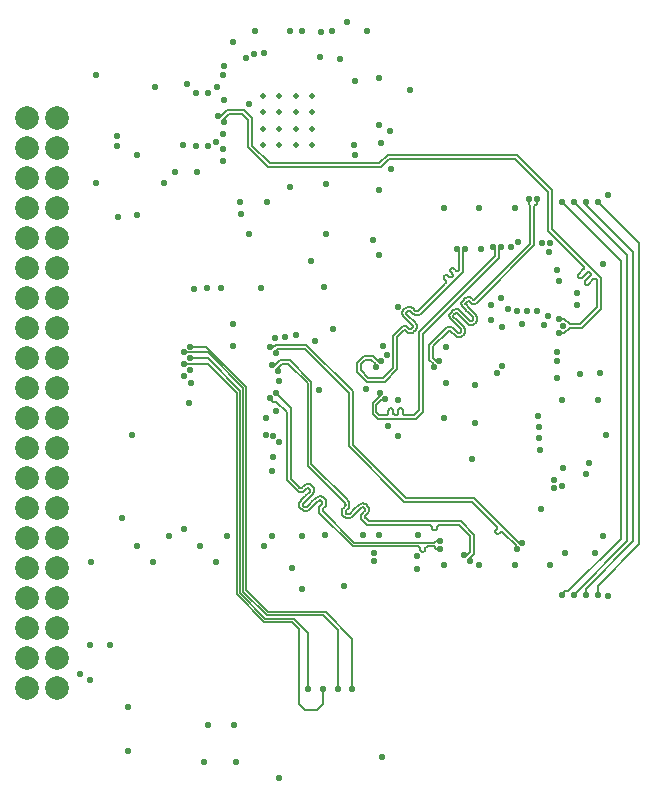
<source format=gbr>
G04 #@! TF.GenerationSoftware,KiCad,Pcbnew,5.0.2+dfsg1-1~bpo9+1*
G04 #@! TF.CreationDate,2019-10-23T09:45:10+02:00*
G04 #@! TF.ProjectId,zglue-demo-board,7a676c75-652d-4646-956d-6f2d626f6172,rev?*
G04 #@! TF.SameCoordinates,Original*
G04 #@! TF.FileFunction,Copper,L3,Inr*
G04 #@! TF.FilePolarity,Positive*
%FSLAX46Y46*%
G04 Gerber Fmt 4.6, Leading zero omitted, Abs format (unit mm)*
G04 Created by KiCad (PCBNEW 5.0.2+dfsg1-1~bpo9+1) date Wed 23 Oct 2019 09:45:10 AM CEST*
%MOMM*%
%LPD*%
G01*
G04 APERTURE LIST*
G04 #@! TA.AperFunction,ViaPad*
%ADD10C,0.500000*%
G04 #@! TD*
G04 #@! TA.AperFunction,ViaPad*
%ADD11C,2.000000*%
G04 #@! TD*
G04 #@! TA.AperFunction,ViaPad*
%ADD12C,0.550000*%
G04 #@! TD*
G04 #@! TA.AperFunction,Conductor*
%ADD13C,0.200000*%
G04 #@! TD*
G04 #@! TA.AperFunction,Conductor*
%ADD14C,0.150000*%
G04 #@! TD*
G04 APERTURE END LIST*
D10*
G04 #@! TO.N,GND*
G04 #@! TO.C,U6*
X26350000Y-11200000D03*
X24950000Y-11200000D03*
X23550000Y-11200000D03*
X22150000Y-11200000D03*
X26350000Y-9800000D03*
X24950000Y-9800000D03*
X23550000Y-9800000D03*
X22150000Y-9800000D03*
X26350000Y-8400000D03*
X24950000Y-8400000D03*
X23550000Y-8400000D03*
X22150000Y-8400000D03*
X26350000Y-7000000D03*
X24950000Y-7000000D03*
X23550000Y-7000000D03*
X22150000Y-7000000D03*
G04 #@! TD*
D11*
G04 #@! TO.N,Net-(J4-Pad40)*
G04 #@! TO.C,J4*
X2230000Y-8870000D03*
G04 #@! TO.N,GND*
X4770000Y-8870000D03*
G04 #@! TO.N,Net-(J4-Pad38)*
X2230000Y-11410000D03*
G04 #@! TO.N,Net-(J4-Pad37)*
X4770000Y-11410000D03*
G04 #@! TO.N,Net-(J4-Pad36)*
X2230000Y-13950000D03*
G04 #@! TO.N,Net-(J4-Pad35)*
X4770000Y-13950000D03*
G04 #@! TO.N,GND*
X2230000Y-16490000D03*
G04 #@! TO.N,Net-(J4-Pad33)*
X4770000Y-16490000D03*
G04 #@! TO.N,Net-(J4-Pad32)*
X2230000Y-19030000D03*
G04 #@! TO.N,Net-(J4-Pad31)*
X4770000Y-19030000D03*
G04 #@! TO.N,GND*
X2230000Y-21570000D03*
G04 #@! TO.N,Net-(J4-Pad29)*
X4770000Y-21570000D03*
G04 #@! TO.N,Net-(J4-Pad28)*
X2230000Y-24110000D03*
G04 #@! TO.N,Net-(J4-Pad27)*
X4770000Y-24110000D03*
G04 #@! TO.N,Net-(J4-Pad26)*
X2230000Y-26650000D03*
G04 #@! TO.N,GND*
X4770000Y-26650000D03*
G04 #@! TO.N,Net-(J4-Pad24)*
X2230000Y-29190000D03*
G04 #@! TO.N,Net-(J4-Pad23)*
X4770000Y-29190000D03*
G04 #@! TO.N,Net-(J4-Pad22)*
X2230000Y-31730000D03*
G04 #@! TO.N,Net-(J4-Pad21)*
X4770000Y-31730000D03*
G04 #@! TO.N,GND*
X2230000Y-34270000D03*
G04 #@! TO.N,Net-(J4-Pad19)*
X4770000Y-34270000D03*
G04 #@! TO.N,Net-(J4-Pad18)*
X2230000Y-36810000D03*
G04 #@! TO.N,Net-(J4-Pad1)*
X4770000Y-36810000D03*
G04 #@! TO.N,Net-(J4-Pad16)*
X2230000Y-39350000D03*
G04 #@! TO.N,Net-(J4-Pad15)*
X4770000Y-39350000D03*
G04 #@! TO.N,GND*
X2230000Y-41890000D03*
G04 #@! TO.N,Net-(J4-Pad13)*
X4770000Y-41890000D03*
G04 #@! TO.N,Net-(J4-Pad12)*
X2230000Y-44430000D03*
G04 #@! TO.N,Net-(J4-Pad11)*
X4770000Y-44430000D03*
G04 #@! TO.N,Net-(J4-Pad10)*
X2230000Y-46970000D03*
G04 #@! TO.N,GND*
X4770000Y-46970000D03*
G04 #@! TO.N,Net-(J4-Pad8)*
X2230000Y-49510000D03*
G04 #@! TO.N,Net-(J4-Pad7)*
X4770000Y-49510000D03*
G04 #@! TO.N,GND*
X2230000Y-52050000D03*
G04 #@! TO.N,Net-(J4-Pad5)*
X4770000Y-52050000D03*
G04 #@! TO.N,/5V0_IN*
X2230000Y-54590000D03*
G04 #@! TO.N,Net-(J4-Pad3)*
X4770000Y-54590000D03*
G04 #@! TO.N,/5V0_IN*
X2230000Y-57130000D03*
G04 #@! TO.N,Net-(J4-Pad1)*
X4770000Y-57130000D03*
G04 #@! TD*
D12*
G04 #@! TO.N,/CSI_CLK_IN_N*
X43641351Y-45388649D03*
X23278649Y-28798649D03*
G04 #@! TO.N,GND*
X24500000Y-14750000D03*
X18750000Y-12500000D03*
X18750000Y-11500000D03*
X16500000Y-6750000D03*
X17500000Y-6750000D03*
X18750000Y-5250000D03*
X18750000Y-10250000D03*
X18835883Y-7335883D03*
X8000000Y-5250000D03*
X21000000Y-18750000D03*
X32000000Y-9500000D03*
X33000000Y-13250000D03*
X30000000Y-12000000D03*
X31000000Y-1500000D03*
X29250000Y-750000D03*
X28000000Y-1500000D03*
X25500000Y-1500000D03*
X21500000Y-1500000D03*
X27000000Y-3750000D03*
X30000000Y-5750000D03*
X32000000Y-5500000D03*
X32250000Y-63000000D03*
X23500000Y-64750000D03*
X7500000Y-53500000D03*
X9250000Y-53500000D03*
X25500000Y-44250000D03*
X25500000Y-48750000D03*
X46500000Y-46750000D03*
X43500000Y-46750000D03*
X40500000Y-46750000D03*
X37500000Y-46750000D03*
X16500000Y-11250000D03*
X17500000Y-11250000D03*
X13000000Y-6250000D03*
X51250000Y-35750000D03*
X51000000Y-44250000D03*
X49750000Y-38100000D03*
X49500000Y-39000000D03*
X51000000Y-21250000D03*
X50750000Y-30500000D03*
X48750000Y-23750000D03*
X48750000Y-24750000D03*
X10750000Y-58750000D03*
X10750000Y-62500000D03*
X37500000Y-16500000D03*
X40500000Y-16500000D03*
X43500000Y-16500000D03*
X41500000Y-24750000D03*
X41500000Y-26000000D03*
X42000000Y-30500000D03*
X16100000Y-31300000D03*
X15900000Y-33000000D03*
X23200000Y-27500000D03*
X19600000Y-28200000D03*
X23500000Y-31200000D03*
X23300000Y-33700000D03*
X22400000Y-34300000D03*
X22400000Y-35700000D03*
X32300000Y-28200000D03*
X32700000Y-29000000D03*
X30900000Y-31800000D03*
X33600000Y-32800000D03*
X32800000Y-35000000D03*
X33600000Y-35800000D03*
X39900000Y-37800000D03*
X40100000Y-34700000D03*
X40100000Y-31500000D03*
X40600000Y-20000000D03*
X47200000Y-22700000D03*
X47100000Y-29500000D03*
X47490000Y-40037510D03*
X13800000Y-14400000D03*
X9900000Y-17300000D03*
X31600000Y-46375013D03*
X47558420Y-26534458D03*
X46500000Y-19500000D03*
X15739117Y-5989117D03*
G04 #@! TO.N,/CSI_D2_IN_P*
X37190000Y-44672500D03*
X23248649Y-32161351D03*
G04 #@! TO.N,/CSI_D2_IN_N*
X37190000Y-45347500D03*
X22771351Y-32638649D03*
G04 #@! TO.N,/CSI_D1_IN_P*
X39708649Y-46388649D03*
X22961351Y-29831351D03*
G04 #@! TO.N,/CSI_D1_IN_N*
X39231351Y-45911351D03*
X23438649Y-30308649D03*
G04 #@! TO.N,/CSI_CLK_IN_P*
X44118649Y-44911351D03*
X22801351Y-28321351D03*
G04 #@! TO.N,/CAM_GPIO*
X47500000Y-49250000D03*
X47500000Y-16000000D03*
G04 #@! TO.N,/CAM_CLK*
X48500000Y-49250000D03*
X48500000Y-16000000D03*
G04 #@! TO.N,/CAM_SCL*
X49500000Y-49250000D03*
X49500000Y-16000000D03*
G04 #@! TO.N,/CAM_SDA*
X50500000Y-49250000D03*
X50500000Y-16000000D03*
G04 #@! TO.N,/3V3_SYS*
X16800000Y-45100000D03*
X11500000Y-45100000D03*
X22300000Y-45100000D03*
X26900000Y-31900000D03*
X51400000Y-15400000D03*
X51400000Y-49400000D03*
X33600000Y-24900000D03*
G04 #@! TO.N,/CSI_CLK_OUT_P*
X37088649Y-29511351D03*
X45337500Y-15750000D03*
G04 #@! TO.N,/CSI_D1_OUT_N*
X31701351Y-29958649D03*
X38582500Y-19970000D03*
G04 #@! TO.N,/CSI_D1_OUT_P*
X32178649Y-29481351D03*
X39257500Y-19970000D03*
G04 #@! TO.N,/CSI_D2_OUT_N*
X32528649Y-32658649D03*
X41682500Y-19830000D03*
G04 #@! TO.N,/CSI_D2_OUT_P*
X32051351Y-32181351D03*
X42357500Y-19830000D03*
G04 #@! TO.N,/CSI_CLK_OUT_N*
X36611351Y-29988649D03*
X44662500Y-15750000D03*
G04 #@! TO.N,/PROG_USB_D_N*
X18354986Y-8755162D03*
X47197079Y-27104610D03*
G04 #@! TO.N,/PROG_USB_D_P*
X18839654Y-9224990D03*
X47200000Y-25900000D03*
G04 #@! TO.N,/5V0_DBG_USB*
X34600000Y-6500000D03*
X49000000Y-30600000D03*
G04 #@! TO.N,/USB_D_N*
X23538649Y-36338649D03*
X46800000Y-40237500D03*
G04 #@! TO.N,/USB_D_P*
X23061351Y-35861351D03*
X46800000Y-39562500D03*
G04 #@! TO.N,/E_PROC_SO_3V3*
X43800000Y-19400000D03*
X17400000Y-23300000D03*
G04 #@! TO.N,/E_PROC_SI_3V3*
X43200000Y-19800000D03*
X18600000Y-23300000D03*
G04 #@! TO.N,/E_PROC_SS_3V3*
X46400000Y-20200000D03*
X19600000Y-26300000D03*
G04 #@! TO.N,/E_PROC_SCK_3V3*
X45800000Y-19500000D03*
X16300000Y-23400000D03*
G04 #@! TO.N,/E_CTRL_SS_3V3*
X26250000Y-21000000D03*
X27500000Y-18750000D03*
X46000000Y-26400000D03*
X26600000Y-27800000D03*
G04 #@! TO.N,/E_CTRL_SO_3V3*
X44100000Y-26300000D03*
X25000000Y-27300000D03*
G04 #@! TO.N,/E_PROC_RST_3V3*
X27300000Y-23200000D03*
X22000000Y-23300000D03*
G04 #@! TO.N,/1V8_SYS*
X11100000Y-35700000D03*
X14200000Y-44300000D03*
X19100000Y-44300000D03*
X12900000Y-46500000D03*
X18200000Y-46500000D03*
X7625010Y-46502963D03*
G04 #@! TO.N,/E_CTRL_SI_3V3*
X42400000Y-26600000D03*
X28100000Y-26800000D03*
G04 #@! TO.N,/E_CTRL_SCK_3V3*
X46300000Y-25700000D03*
X24000000Y-27400000D03*
G04 #@! TO.N,Net-(R7-Pad1)*
X20700000Y-3800000D03*
X15400000Y-11200000D03*
G04 #@! TO.N,Net-(R6-Pad1)*
X11500000Y-12000000D03*
X14750000Y-13500000D03*
X21403749Y-3498126D03*
G04 #@! TO.N,Net-(R5-Pad2)*
X9800000Y-10400000D03*
X22300000Y-3400000D03*
G04 #@! TO.N,/VUSB*
X47750000Y-45750000D03*
X50250000Y-45750000D03*
X50500000Y-32750000D03*
X47500000Y-32750000D03*
X19750000Y-60250000D03*
X17500000Y-60250000D03*
X23000000Y-37600000D03*
X22900000Y-38800000D03*
G04 #@! TO.N,/5V0_IN*
X7500000Y-56500000D03*
X17200000Y-63400000D03*
X19900000Y-63400000D03*
X6680494Y-55961746D03*
G04 #@! TO.N,/VCCIO1*
X31600000Y-45700000D03*
X22900000Y-44300000D03*
X24600000Y-47000000D03*
G04 #@! TO.N,Net-(R25-Pad2)*
X29000000Y-48500000D03*
X32000000Y-44200000D03*
G04 #@! TO.N,Net-(R30-Pad2)*
X45484655Y-34095345D03*
X42950000Y-25080000D03*
G04 #@! TO.N,Net-(R31-Pad2)*
X45560000Y-35040000D03*
X43680000Y-25260000D03*
G04 #@! TO.N,Net-(R32-Pad2)*
X45560000Y-36010000D03*
X44500000Y-25260000D03*
G04 #@! TO.N,Net-(R33-Pad2)*
X45600000Y-37000000D03*
X45400000Y-25260000D03*
G04 #@! TO.N,/VCCIO3*
X42300000Y-24100000D03*
X47100000Y-21800000D03*
X10200000Y-42800000D03*
X47100000Y-30900000D03*
G04 #@! TO.N,/VCCIO2*
X42400000Y-29900000D03*
X47100000Y-28700000D03*
X15500000Y-43700000D03*
G04 #@! TO.N,Net-(R29-Pad2)*
X45700000Y-42000000D03*
X47600000Y-38500000D03*
G04 #@! TO.N,/TMS*
X16000000Y-29250000D03*
X26000000Y-57250000D03*
G04 #@! TO.N,/TCK*
X15500000Y-29750000D03*
X27250000Y-57250000D03*
G04 #@! TO.N,/TDO*
X15500000Y-28750000D03*
X28500000Y-57250000D03*
G04 #@! TO.N,/TDI*
X16000000Y-28250000D03*
X29750000Y-57250000D03*
G04 #@! TO.N,/DBG_RX*
X15500000Y-30750000D03*
X32000000Y-20500000D03*
G04 #@! TO.N,/DBG_TX*
X16000000Y-30250000D03*
X31500000Y-19250000D03*
G04 #@! TO.N,/E_PROC_RST*
X35200000Y-46000000D03*
X37700000Y-28300000D03*
G04 #@! TO.N,/CTRL_RST_FLASH_SOC_CS*
X35200000Y-47100000D03*
X37700000Y-31300000D03*
G04 #@! TO.N,/DONE*
X35275010Y-44200000D03*
X37500000Y-34300000D03*
G04 #@! TO.N,/VCCIO*
X27500000Y-14500000D03*
X32000000Y-15000000D03*
X20300000Y-17000000D03*
X32900000Y-10000000D03*
X24500000Y-1500000D03*
G04 #@! TO.N,Net-(R9-Pad2)*
X18250000Y-6250000D03*
X21000000Y-7750000D03*
G04 #@! TO.N,Net-(R14-Pad1)*
X20250000Y-16000000D03*
X22500000Y-16000000D03*
G04 #@! TO.N,/3V3_FTDI*
X8000000Y-14400000D03*
X11500000Y-17100000D03*
X9800000Y-11300000D03*
X16600000Y-13500000D03*
X32200000Y-11000000D03*
G04 #@! TO.N,/1V8_FTDI*
X28700000Y-3900000D03*
X27100000Y-1600000D03*
X19600000Y-2500000D03*
X29900000Y-11200000D03*
X18200000Y-10900000D03*
X18900000Y-4500000D03*
G04 #@! TO.N,/CTRL_RST_FLASH_SOC_CS_3V3*
X27400000Y-44200000D03*
X30669474Y-44175010D03*
G04 #@! TD*
D13*
G04 #@! TO.N,/CSI_CLK_IN_N*
X23278649Y-28551161D02*
X23278649Y-28798649D01*
X23417310Y-28412500D02*
X23278649Y-28551161D01*
X41934504Y-43434314D02*
X39892690Y-41392500D01*
X29467500Y-36707310D02*
X29467500Y-32157310D01*
X41962426Y-43469328D02*
X41934504Y-43434314D01*
X41981859Y-43509680D02*
X41962426Y-43469328D01*
X41991824Y-43598128D02*
X41991824Y-43553342D01*
X41981859Y-43641792D02*
X41991824Y-43598128D01*
X41962427Y-43682142D02*
X41981859Y-43641792D01*
X41904633Y-43747027D02*
X41934504Y-43717157D01*
X42252362Y-43972076D02*
X42217348Y-44000001D01*
X41991824Y-43553342D02*
X41981859Y-43509680D01*
X42336376Y-43942679D02*
X42292712Y-43952644D01*
X41939649Y-44057794D02*
X41904634Y-44029871D01*
X41847311Y-43866055D02*
X41857278Y-43822393D01*
X41876710Y-43782043D02*
X41904633Y-43747027D01*
X41857278Y-43822393D02*
X41876710Y-43782043D01*
X42424824Y-43952644D02*
X42381162Y-43942679D01*
X39892690Y-41392500D02*
X34152690Y-41392500D01*
X42381162Y-43942679D02*
X42336376Y-43942679D01*
X41934504Y-43717157D02*
X41962427Y-43682142D01*
X43641351Y-45388649D02*
X43641351Y-45141161D01*
X42217348Y-44000001D02*
X42187476Y-44029870D01*
X42465176Y-43972077D02*
X42424824Y-43952644D01*
X43641351Y-45141161D02*
X42500190Y-44000000D01*
X34152690Y-41392500D02*
X29467500Y-36707310D01*
X42500190Y-44000000D02*
X42465176Y-43972077D01*
X41857278Y-43954505D02*
X41847311Y-43910841D01*
X42152461Y-44057793D02*
X42112111Y-44077225D01*
X41847311Y-43910841D02*
X41847311Y-43866055D01*
X42112111Y-44077225D02*
X42068449Y-44087192D01*
X29467500Y-32157310D02*
X25722690Y-28412500D01*
X42187476Y-44029870D02*
X42152461Y-44057793D01*
X42068449Y-44087192D02*
X42023663Y-44087192D01*
X42292712Y-43952644D02*
X42252362Y-43972076D01*
X42023663Y-44087192D02*
X41979999Y-44077225D01*
X41904634Y-44029871D02*
X41876709Y-43994855D01*
X25722690Y-28412500D02*
X23417310Y-28412500D01*
X41979999Y-44077225D02*
X41939649Y-44057794D01*
X41876709Y-43994855D02*
X41857278Y-43954505D01*
G04 #@! TO.N,/CSI_D2_IN_P*
X25645492Y-41792967D02*
X25626933Y-41774408D01*
X25600841Y-41741690D02*
X25582686Y-41703988D01*
X25678211Y-41819059D02*
X25645492Y-41792967D01*
X25756712Y-41846528D02*
X25715914Y-41837216D01*
X25839356Y-41837215D02*
X25798558Y-41846527D01*
X25261899Y-40184729D02*
X25229181Y-40158638D01*
X25582685Y-41580544D02*
X25600842Y-41542842D01*
X25600842Y-41542842D02*
X25626933Y-41510124D01*
X26271735Y-41431008D02*
X26156828Y-41545918D01*
X25573374Y-41663190D02*
X25573373Y-41621342D01*
X27345977Y-41057415D02*
X27261537Y-40990076D01*
X26663889Y-41057415D02*
X26281015Y-41440288D01*
X27164229Y-40943215D02*
X27058934Y-40919182D01*
X25460748Y-40184729D02*
X25423045Y-40202886D01*
X26845637Y-40943215D02*
X26748329Y-40990076D01*
X25877059Y-41819058D02*
X25839356Y-41837215D01*
X27544598Y-41404846D02*
X27520565Y-41299551D01*
X25573373Y-41621342D02*
X25582685Y-41580544D01*
X26156828Y-41545918D02*
X25909776Y-41792967D01*
X27406366Y-41117804D02*
X27345977Y-41057415D01*
X25493465Y-40158638D02*
X25460748Y-40184729D01*
X25909776Y-41792967D02*
X25877059Y-41819058D01*
X26748329Y-40990076D02*
X26663889Y-41057415D01*
X25626933Y-41510124D02*
X26235942Y-40901115D01*
X36626103Y-44847489D02*
X29918033Y-44847489D01*
X26509998Y-40478249D02*
X26509998Y-40370246D01*
X27270543Y-42199999D02*
X27244452Y-42167282D01*
X25340400Y-40212198D02*
X25299602Y-40202886D01*
X25582686Y-41703988D02*
X25573374Y-41663190D01*
X25713729Y-39955476D02*
X25629289Y-40022815D01*
X27226295Y-42006136D02*
X27244452Y-41968433D01*
X25715914Y-41837216D02*
X25678211Y-41819059D01*
X27216983Y-42088781D02*
X27216983Y-42046934D01*
X26281015Y-41440288D02*
X26271735Y-41431008D01*
X27261537Y-40990076D02*
X27164229Y-40943215D01*
X27544598Y-41512849D02*
X27544598Y-41404846D01*
X37190000Y-44672500D02*
X36801092Y-44672500D01*
X27244452Y-41968433D02*
X27270543Y-41935715D01*
X27244452Y-42167282D02*
X27226295Y-42129579D01*
X25798558Y-41846527D02*
X25756712Y-41846528D01*
X27226295Y-42129579D02*
X27216983Y-42088781D01*
X27406366Y-41799891D02*
X27473705Y-41715451D01*
X26226937Y-39955476D02*
X26129629Y-39908615D01*
X25229181Y-40158638D02*
X24512511Y-39441967D01*
X27473705Y-41715451D02*
X27520565Y-41618144D01*
X27520565Y-41299551D02*
X27473705Y-41202244D01*
X27058934Y-40919182D02*
X26950932Y-40919182D01*
X25629289Y-40022815D02*
X25493465Y-40158638D01*
X27473705Y-41202244D02*
X27406366Y-41117804D01*
X27520565Y-41618144D02*
X27544598Y-41512849D01*
X25916332Y-39884582D02*
X25811037Y-39908615D01*
X26371766Y-40765291D02*
X26439104Y-40680851D01*
X26439104Y-40680851D02*
X26485965Y-40583544D01*
X26485965Y-40264951D02*
X26439104Y-40167644D01*
X26439104Y-40167644D02*
X26371766Y-40083204D01*
X27216983Y-42046934D02*
X27226295Y-42006136D01*
X26485965Y-40583544D02*
X26509998Y-40478249D01*
X26509998Y-40370246D02*
X26485965Y-40264951D01*
X26024334Y-39884582D02*
X25916332Y-39884582D01*
X25811037Y-39908615D02*
X25713729Y-39955476D01*
X25423045Y-40202886D02*
X25382247Y-40212198D01*
X25626933Y-41774408D02*
X25600841Y-41741690D01*
X26950932Y-40919182D02*
X26845637Y-40943215D01*
X25382247Y-40212198D02*
X25340400Y-40212198D01*
X25299602Y-40202886D02*
X25261899Y-40184729D01*
X26371766Y-40083204D02*
X26311377Y-40022815D01*
X24512511Y-39441967D02*
X24512511Y-33425213D01*
X26129629Y-39908615D02*
X26024334Y-39884582D01*
X24512511Y-33425213D02*
X23248649Y-32161351D01*
X36801092Y-44672500D02*
X36626103Y-44847489D01*
X26311377Y-40022815D02*
X26226937Y-39955476D01*
X26235942Y-40901115D02*
X26371766Y-40765291D01*
X29918033Y-44847489D02*
X27270543Y-42199999D01*
X27270543Y-41935715D02*
X27406366Y-41799891D01*
G04 #@! TO.N,/CSI_D2_IN_N*
X23046350Y-32913648D02*
X22771351Y-32638649D01*
X23293838Y-32913648D02*
X23046350Y-32913648D01*
X24187500Y-33807310D02*
X23293838Y-32913648D01*
X24187500Y-39576590D02*
X24187500Y-33807310D01*
X25702367Y-40409369D02*
X25617927Y-40476708D01*
X25838191Y-40273546D02*
X25702367Y-40409369D01*
X25949409Y-40219986D02*
X25908611Y-40229298D01*
X26102475Y-40273546D02*
X26069757Y-40247454D01*
X26147125Y-40324823D02*
X26121034Y-40292105D01*
X26165282Y-40362526D02*
X26147125Y-40324823D01*
X26174594Y-40403324D02*
X26165282Y-40362526D01*
X25376203Y-41301223D02*
X25397118Y-41280308D01*
X25237970Y-41696268D02*
X25237970Y-41588266D01*
X25308863Y-41898870D02*
X25262003Y-41801563D01*
X25376203Y-41983311D02*
X25308863Y-41898870D01*
X25436592Y-42043700D02*
X25376203Y-41983311D01*
X25521032Y-42111038D02*
X25436592Y-42043700D01*
X25723634Y-42181932D02*
X25618339Y-42157899D01*
X25831636Y-42181931D02*
X25723634Y-42181932D01*
X25936931Y-42157898D02*
X25831636Y-42181931D01*
X26034238Y-42111037D02*
X25936931Y-42157898D01*
X26501552Y-41660825D02*
X26118678Y-42043699D01*
X26510832Y-41670104D02*
X26501552Y-41660825D01*
X26872791Y-41308146D02*
X26510832Y-41670104D01*
X25202027Y-40523568D02*
X25104720Y-40476708D01*
X26943211Y-41263898D02*
X26905508Y-41282054D01*
X27137075Y-41308146D02*
X27104357Y-41282054D01*
X27155634Y-41326705D02*
X27137075Y-41308146D01*
X27181725Y-41359423D02*
X27155634Y-41326705D01*
X27199882Y-41397126D02*
X27181725Y-41359423D01*
X27209194Y-41437924D02*
X27199882Y-41397126D01*
X27199882Y-41520569D02*
X27209194Y-41479771D01*
X27040726Y-41705898D02*
X27155634Y-41590989D01*
X26905612Y-41908561D02*
X26952472Y-41811254D01*
X26881579Y-42013856D02*
X26905612Y-41908561D01*
X26165282Y-40485969D02*
X26174594Y-40445171D01*
X26881579Y-42121859D02*
X26881579Y-42013856D01*
X25020280Y-40409369D02*
X24187500Y-39576590D01*
X26147125Y-40523672D02*
X26165282Y-40485969D01*
X26905612Y-42227154D02*
X26881579Y-42121859D01*
X25759075Y-40918348D02*
X26121034Y-40556389D01*
X27019811Y-42408901D02*
X26952472Y-42324461D01*
X25397118Y-41280308D02*
X25759075Y-40918348D01*
X29783410Y-45172500D02*
X27019811Y-42408901D01*
X35300000Y-45172500D02*
X29783410Y-45172500D01*
X35386776Y-45192307D02*
X35344504Y-45177515D01*
X35424697Y-45216134D02*
X35386776Y-45192307D01*
X35456366Y-45247803D02*
X35424697Y-45216134D01*
X35480193Y-45285724D02*
X35456366Y-45247803D01*
X35494985Y-45327996D02*
X35480193Y-45285724D01*
X35500000Y-45414737D02*
X35500000Y-45372500D01*
X35543633Y-45539435D02*
X35519806Y-45501514D01*
X35344504Y-45177515D02*
X35300000Y-45172500D01*
X36055495Y-45177515D02*
X36013223Y-45192307D01*
X25617927Y-40476708D02*
X25520620Y-40523568D01*
X27104357Y-41282054D02*
X27066654Y-41263898D01*
X35500000Y-45372500D02*
X35494985Y-45327996D01*
X35519806Y-45501514D02*
X35505014Y-45459242D01*
X36626092Y-45172500D02*
X36100000Y-45172500D01*
X25262003Y-41482971D02*
X25308863Y-41385662D01*
X35905014Y-45327996D02*
X35900000Y-45372500D01*
X35786776Y-45594931D02*
X35744504Y-45609723D01*
X25908611Y-40229298D02*
X25870908Y-40247454D01*
X26174594Y-40445171D02*
X26174594Y-40403324D01*
X35575302Y-45571104D02*
X35543633Y-45539435D01*
X25520620Y-40523568D02*
X25415325Y-40547601D01*
X27066654Y-41263898D02*
X27025856Y-41254586D01*
X25870908Y-40247454D02*
X25838191Y-40273546D01*
X26032054Y-40229298D02*
X25991256Y-40219986D01*
X35856366Y-45539435D02*
X35824697Y-45571104D01*
X25618339Y-42157899D02*
X25521032Y-42111038D01*
X26069757Y-40247454D02*
X26032054Y-40229298D01*
X25237970Y-41588266D02*
X25262003Y-41482971D01*
X27209194Y-41479771D02*
X27209194Y-41437924D01*
X35900000Y-45372500D02*
X35900000Y-45414737D01*
X35824697Y-45571104D02*
X35786776Y-45594931D01*
X26905508Y-41282054D02*
X26872791Y-41308146D01*
X35505014Y-45459242D02*
X35500000Y-45414737D01*
X25104720Y-40476708D02*
X25020280Y-40409369D01*
X26121034Y-40556389D02*
X26147125Y-40523672D01*
X26952472Y-42324461D02*
X26905612Y-42227154D01*
X26952472Y-41811254D02*
X27019811Y-41726814D01*
X35943633Y-45247803D02*
X35919806Y-45285724D01*
X26121034Y-40292105D02*
X26102475Y-40273546D01*
X36013223Y-45192307D02*
X35975302Y-45216134D01*
X27155634Y-41590989D02*
X27181725Y-41558272D01*
X27181725Y-41558272D02*
X27199882Y-41520569D01*
X25991256Y-40219986D02*
X25949409Y-40219986D01*
X27019811Y-41726814D02*
X27040726Y-41705898D01*
X25307322Y-40547601D02*
X25202027Y-40523568D01*
X26984009Y-41254586D02*
X26943211Y-41263898D01*
X36801092Y-45347500D02*
X36626092Y-45172500D01*
X35880193Y-45501514D02*
X35856366Y-45539435D01*
X26118678Y-42043699D02*
X26034238Y-42111037D01*
X25415325Y-40547601D02*
X25307322Y-40547601D01*
X27025856Y-41254586D02*
X26984009Y-41254586D01*
X37190000Y-45347500D02*
X36801092Y-45347500D01*
X36100000Y-45172500D02*
X36055495Y-45177515D01*
X35919806Y-45285724D02*
X35905014Y-45327996D01*
X25308863Y-41385662D02*
X25376203Y-41301223D01*
X35900000Y-45414737D02*
X35894985Y-45459242D01*
X35894985Y-45459242D02*
X35880193Y-45501514D01*
X25262003Y-41801563D02*
X25237970Y-41696268D01*
X35975302Y-45216134D02*
X35943633Y-45247803D01*
X35744504Y-45609723D02*
X35700000Y-45614737D01*
X35700000Y-45614737D02*
X35655495Y-45609723D01*
X35655495Y-45609723D02*
X35613223Y-45594931D01*
X35613223Y-45594931D02*
X35575302Y-45571104D01*
G04 #@! TO.N,/CSI_D1_IN_P*
X29178861Y-42184127D02*
X29197340Y-42145759D01*
X29169385Y-42268231D02*
X29169385Y-42225645D01*
X29427617Y-41891525D02*
X29474780Y-41793593D01*
X29393551Y-42449811D02*
X29350965Y-42449811D01*
X29498966Y-41687620D02*
X29498967Y-41578924D01*
X29506734Y-42395306D02*
X29473440Y-42421859D01*
X29474780Y-41472953D02*
X29427617Y-41375019D01*
X30949772Y-41652631D02*
X30864789Y-41584860D01*
X29178862Y-42309751D02*
X29169385Y-42268231D01*
X29309447Y-42440335D02*
X29271078Y-42421858D01*
X30824780Y-42728336D02*
X30815304Y-42686817D01*
X31073535Y-42310111D02*
X31120697Y-42212178D01*
X29473440Y-42421859D02*
X29435071Y-42440336D01*
X30843257Y-42564344D02*
X30869809Y-42531049D01*
X31120697Y-41891538D02*
X31073535Y-41793605D01*
X29359846Y-41290036D02*
X29338797Y-41268988D01*
X38937310Y-43047500D02*
X31117310Y-43047500D01*
X31120697Y-42212178D02*
X31144884Y-42106206D01*
X30864789Y-41584860D02*
X30766857Y-41537698D01*
X30766857Y-41537698D02*
X30660885Y-41513510D01*
X29435071Y-42440336D02*
X29393551Y-42449811D01*
X31144884Y-41997509D02*
X31120697Y-41891538D01*
X30869809Y-42800000D02*
X30843257Y-42766704D01*
X29350965Y-42449811D02*
X29309447Y-42440335D01*
X31144884Y-42106206D02*
X31144884Y-41997509D01*
X26272500Y-38202690D02*
X26272500Y-31222690D01*
X30348284Y-41584860D02*
X30263301Y-41652631D01*
X31005764Y-41708622D02*
X30949772Y-41652631D01*
X29237784Y-42395307D02*
X29223892Y-42381415D01*
X39708649Y-46388649D02*
X39708649Y-46141161D01*
X29271078Y-42421858D02*
X29237784Y-42395307D01*
X40052500Y-45797310D02*
X40052500Y-44162690D01*
X26272500Y-31222690D02*
X24467310Y-29417500D01*
X30446216Y-41537698D02*
X30348284Y-41584860D01*
X39708649Y-46141161D02*
X40052500Y-45797310D01*
X29871020Y-42031020D02*
X29506734Y-42395306D01*
X31117310Y-43047500D02*
X30869809Y-42800000D01*
X29223892Y-42381415D02*
X29197340Y-42348119D01*
X31005764Y-42395093D02*
X31073535Y-42310111D01*
X30660885Y-41513510D02*
X30552188Y-41513510D01*
X40052500Y-44162690D02*
X38937310Y-43047500D01*
X29223891Y-42112463D02*
X29359847Y-41976508D01*
X31073535Y-41793605D02*
X31005764Y-41708622D01*
X30815304Y-42644231D02*
X30824780Y-42602713D01*
X30869809Y-42531049D02*
X31005764Y-42395093D01*
X29877965Y-42037966D02*
X29871020Y-42031020D01*
X29169385Y-42225645D02*
X29178861Y-42184127D01*
X29197340Y-42145759D02*
X29223891Y-42112463D01*
X30824780Y-42602713D02*
X30843257Y-42564344D01*
X29474780Y-41793593D02*
X29498966Y-41687620D01*
X29498967Y-41578924D02*
X29474780Y-41472953D01*
X29427617Y-41375019D02*
X29359846Y-41290036D01*
X29338797Y-41268988D02*
X26272500Y-38202690D01*
X24467310Y-29417500D02*
X23622690Y-29417500D01*
X30815304Y-42686817D02*
X30815304Y-42644231D01*
X23622690Y-29417500D02*
X23208839Y-29831351D01*
X30552188Y-41513510D02*
X30446216Y-41537698D01*
X29197340Y-42348119D02*
X29178862Y-42309751D01*
X30263301Y-41652631D02*
X29877965Y-42037966D01*
X30843257Y-42766704D02*
X30824780Y-42728336D01*
X23208839Y-29831351D02*
X22961351Y-29831351D01*
X29359847Y-41976508D02*
X29427617Y-41891525D01*
G04 #@! TO.N,/CSI_D1_IN_N*
X23438649Y-30061161D02*
X23438649Y-30308649D01*
X23757310Y-29742500D02*
X23438649Y-30061161D01*
X24332690Y-29742500D02*
X23757310Y-29742500D01*
X29163492Y-41654564D02*
X29163493Y-41611978D01*
X29154016Y-41696082D02*
X29163492Y-41654564D01*
X28994082Y-41882653D02*
X29108986Y-41767746D01*
X28858099Y-42086618D02*
X28905261Y-41988686D01*
X28833911Y-42192590D02*
X28858099Y-42086618D01*
X28833910Y-42301286D02*
X28833911Y-42192590D01*
X28858098Y-42407258D02*
X28833910Y-42301286D01*
X28905260Y-42505190D02*
X28858098Y-42407258D01*
X28973031Y-42590173D02*
X28905260Y-42505190D01*
X29211938Y-42761098D02*
X29114006Y-42713936D01*
X29426607Y-42785285D02*
X29317911Y-42785286D01*
X29532578Y-42761097D02*
X29426607Y-42785285D01*
X29715493Y-42646164D02*
X29630510Y-42713935D01*
X30100829Y-42260829D02*
X29715493Y-42646164D01*
X30472062Y-41903490D02*
X30107776Y-42267775D01*
X30505357Y-41876938D02*
X30472062Y-41903490D01*
X30669349Y-41858460D02*
X30627830Y-41848984D01*
X30781457Y-41950677D02*
X30754905Y-41917382D01*
X30809411Y-42073151D02*
X30809411Y-42030564D01*
X30781457Y-42153038D02*
X30799935Y-42114669D01*
X30754905Y-42186333D02*
X30781457Y-42153038D01*
X30551179Y-42407271D02*
X30618950Y-42322289D01*
X30504017Y-42505204D02*
X30551179Y-42407271D01*
X30479829Y-42611176D02*
X30504017Y-42505204D01*
X30504017Y-42825844D02*
X30479829Y-42719873D01*
X30618950Y-43008760D02*
X30551179Y-42923777D01*
X30982690Y-43372500D02*
X30618950Y-43008760D01*
X36300000Y-43372500D02*
X30982690Y-43372500D01*
X30754905Y-41917382D02*
X30741013Y-41903490D01*
X36344504Y-43377515D02*
X36300000Y-43372500D01*
X29135539Y-41734452D02*
X29154016Y-41696082D01*
X36575302Y-43771113D02*
X36543633Y-43739444D01*
X29029023Y-42646165D02*
X28973031Y-42590173D01*
X29317911Y-42785286D02*
X29211938Y-42761098D01*
X28973032Y-41903703D02*
X28994082Y-41882653D01*
X36543633Y-43739444D02*
X36519806Y-43701523D01*
X36505014Y-43659251D02*
X36500000Y-43614746D01*
X30618950Y-42322289D02*
X30754905Y-42186333D01*
X36744504Y-43809732D02*
X36700000Y-43814746D01*
X36456366Y-43447803D02*
X36424697Y-43416134D01*
X29154017Y-41570460D02*
X29135538Y-41532090D01*
X30543726Y-41858460D02*
X30505357Y-41876938D01*
X28905261Y-41988686D02*
X28973032Y-41903703D01*
X36975302Y-43416134D02*
X36943633Y-43447803D01*
X30799935Y-42114669D02*
X30809411Y-42073151D01*
X36500000Y-43572500D02*
X36494985Y-43527996D01*
X36700000Y-43814746D02*
X36655495Y-43809732D01*
X36424697Y-43416134D02*
X36386776Y-43392307D01*
X30107776Y-42267775D02*
X30100829Y-42260829D01*
X29108987Y-41498796D02*
X25947500Y-38337310D01*
X29114006Y-42713936D02*
X29029023Y-42646165D01*
X30707717Y-41876938D02*
X30669349Y-41858460D01*
X37100000Y-43372500D02*
X37055495Y-43377515D01*
X30585244Y-41848984D02*
X30543726Y-41858460D01*
X30627830Y-41848984D02*
X30585244Y-41848984D01*
X39727500Y-44297310D02*
X38802690Y-43372500D01*
X29108986Y-41767746D02*
X29135539Y-41734452D01*
X36494985Y-43527996D02*
X36480193Y-43485724D01*
X36894985Y-43659251D02*
X36880193Y-43701523D01*
X29163493Y-41611978D02*
X29154017Y-41570460D01*
X30479829Y-42719873D02*
X30479829Y-42611176D01*
X30799935Y-41989046D02*
X30781457Y-41950677D01*
X36943633Y-43447803D02*
X36919806Y-43485724D01*
X30809411Y-42030564D02*
X30799935Y-41989046D01*
X36880193Y-43701523D02*
X36856366Y-43739444D01*
X39478839Y-45911351D02*
X39727500Y-45662690D01*
X39727500Y-45662690D02*
X39727500Y-44297310D01*
X29630510Y-42713935D02*
X29532578Y-42761097D01*
X38802690Y-43372500D02*
X37100000Y-43372500D01*
X25947500Y-38337310D02*
X25947500Y-31357310D01*
X37055495Y-43377515D02*
X37013223Y-43392307D01*
X25947500Y-31357310D02*
X24332690Y-29742500D01*
X37013223Y-43392307D02*
X36975302Y-43416134D01*
X36919806Y-43485724D02*
X36905014Y-43527996D01*
X36856366Y-43739444D02*
X36824697Y-43771113D01*
X36786776Y-43794940D02*
X36744504Y-43809732D01*
X39231351Y-45911351D02*
X39478839Y-45911351D01*
X36613223Y-43794940D02*
X36575302Y-43771113D01*
X30551179Y-42923777D02*
X30504017Y-42825844D01*
X36905014Y-43527996D02*
X36900000Y-43572500D01*
X36386776Y-43392307D02*
X36344504Y-43377515D01*
X36900000Y-43572500D02*
X36900000Y-43614746D01*
X36900000Y-43614746D02*
X36894985Y-43659251D01*
X36824697Y-43771113D02*
X36786776Y-43794940D01*
X36519806Y-43701523D02*
X36505014Y-43659251D01*
X29135538Y-41532090D02*
X29108987Y-41498796D01*
X30741013Y-41903490D02*
X30707717Y-41876938D01*
X36655495Y-43809732D02*
X36613223Y-43794940D01*
X36500000Y-43614746D02*
X36500000Y-43572500D01*
X36480193Y-43485724D02*
X36456366Y-43447803D01*
G04 #@! TO.N,/CSI_CLK_IN_P*
X43871161Y-44911351D02*
X44118649Y-44911351D01*
X34287310Y-41067500D02*
X40027310Y-41067500D01*
X29792500Y-36572690D02*
X34287310Y-41067500D01*
X29792500Y-32022690D02*
X29792500Y-36572690D01*
X23282690Y-28087500D02*
X25857310Y-28087500D01*
X22801351Y-28321351D02*
X23048839Y-28321351D01*
X23048839Y-28321351D02*
X23282690Y-28087500D01*
X40027310Y-41067500D02*
X43871161Y-44911351D01*
X25857310Y-28087500D02*
X29792500Y-32022690D01*
D14*
G04 #@! TO.N,/CAM_GPIO*
X52500000Y-21000000D02*
X47500000Y-16000000D01*
X47500000Y-49250000D02*
X47774999Y-48975001D01*
X47774999Y-48975001D02*
X48024999Y-48975001D01*
X48024999Y-48975001D02*
X52500000Y-44500000D01*
X52500000Y-44500000D02*
X52500000Y-21000000D01*
G04 #@! TO.N,/CAM_CLK*
X48774999Y-16274999D02*
X48500000Y-16000000D01*
X53000000Y-20500000D02*
X48774999Y-16274999D01*
X53000000Y-44750000D02*
X53000000Y-20500000D01*
X48500000Y-49250000D02*
X53000000Y-44750000D01*
G04 #@! TO.N,/CAM_SCL*
X49500000Y-49250000D02*
X49500000Y-48750000D01*
X53500000Y-44750000D02*
X53500000Y-20250000D01*
X49500000Y-48750000D02*
X53500000Y-44750000D01*
X53500000Y-20250000D02*
X49500000Y-16250000D01*
X49500000Y-16250000D02*
X49500000Y-16000000D01*
G04 #@! TO.N,/CAM_SDA*
X50500000Y-48500000D02*
X54000000Y-45000000D01*
X54000000Y-19500000D02*
X50774999Y-16274999D01*
X50500000Y-49250000D02*
X50500000Y-48500000D01*
X54000000Y-45000000D02*
X54000000Y-19500000D01*
X50774999Y-16274999D02*
X50500000Y-16000000D01*
D13*
G04 #@! TO.N,/CSI_CLK_OUT_P*
X38412941Y-27307333D02*
X38099132Y-26993524D01*
X39951405Y-26399152D02*
X39843412Y-26423801D01*
X40217574Y-24578855D02*
X40141445Y-24615517D01*
X40297833Y-26052722D02*
X40249771Y-26152523D01*
X39619069Y-24960927D02*
X39610570Y-24969431D01*
X38291546Y-25698337D02*
X38302084Y-25711551D01*
X40322481Y-25944731D02*
X40297833Y-26052722D01*
X40322481Y-25833961D02*
X40322481Y-25944731D01*
X40180708Y-26239125D02*
X40137808Y-26282027D01*
X40249771Y-25626169D02*
X40297831Y-25725970D01*
X39335888Y-24677746D02*
X39619069Y-24960927D01*
X39318017Y-24649304D02*
X39325350Y-24664532D01*
X39314256Y-24632825D02*
X39318017Y-24649304D01*
X39314256Y-24615924D02*
X39314256Y-24632825D01*
X39325350Y-24584217D02*
X39318017Y-24599445D01*
X40141445Y-24615517D02*
X40059066Y-24634320D01*
X39732642Y-26423802D02*
X39624649Y-26399153D01*
X39325350Y-24664532D02*
X39335888Y-24677746D01*
X40180706Y-25539567D02*
X40249771Y-25626169D01*
X39155401Y-26564872D02*
X39224466Y-26651474D01*
X39974569Y-24634320D02*
X39892191Y-24615517D01*
X38302084Y-25711551D02*
X38585265Y-25994732D01*
X45337500Y-16145000D02*
X45142500Y-16340000D01*
X39297176Y-26970036D02*
X39272528Y-27078027D01*
X45142500Y-16340000D02*
X45142500Y-19667310D01*
X39610570Y-24969431D02*
X39725476Y-25084334D01*
X39733637Y-24509809D02*
X39618732Y-24394904D01*
X40283636Y-24526173D02*
X40217574Y-24578855D01*
X39318017Y-24599445D02*
X39314256Y-24615924D01*
X38841593Y-26251061D02*
X39133952Y-26543420D01*
X40159257Y-25518115D02*
X40180706Y-25539567D01*
X40059066Y-24634320D02*
X39974569Y-24634320D01*
X45142500Y-19667310D02*
X40283636Y-24526173D01*
X39624649Y-26399153D02*
X39524850Y-26351091D01*
X39590289Y-24377032D02*
X39573811Y-24373271D01*
X39750000Y-24526173D02*
X39733637Y-24509809D01*
X40051204Y-26351091D02*
X39951405Y-26399152D01*
X39725476Y-25084334D02*
X40159257Y-25518115D01*
X39618732Y-24394904D02*
X39605517Y-24384365D01*
X39272528Y-27078027D02*
X39224466Y-27177828D01*
X37980104Y-26936201D02*
X37935318Y-26936201D01*
X39525203Y-24384365D02*
X39511988Y-24394904D01*
X39133952Y-26543420D02*
X39155401Y-26564872D01*
X40249771Y-26152523D02*
X40180708Y-26239125D01*
X38599344Y-27424458D02*
X38499545Y-27376396D01*
X39511988Y-24394904D02*
X39335888Y-24571003D01*
X39540431Y-24377032D02*
X39525203Y-24384365D01*
X38523105Y-25407076D02*
X38506626Y-25410837D01*
X39335888Y-24571003D02*
X39325350Y-24584217D01*
X39573811Y-24373271D02*
X39556909Y-24373271D01*
X38571713Y-25418171D02*
X38556485Y-25410837D01*
X39524850Y-26351091D02*
X39438246Y-26282028D01*
X39438246Y-26282028D02*
X38584927Y-25428709D01*
X39556909Y-24373271D02*
X39540431Y-24377032D01*
X39605517Y-24384365D02*
X39590289Y-24377032D01*
X38584927Y-25428709D02*
X38571713Y-25418171D01*
X38556485Y-25410837D02*
X38540006Y-25407076D01*
X39843412Y-26423801D02*
X39732642Y-26423802D01*
X39892191Y-24615517D02*
X39816062Y-24578855D01*
X38540006Y-25407076D02*
X38523105Y-25407076D01*
X38506626Y-25410837D02*
X38491398Y-25418171D01*
X38491398Y-25418171D02*
X38478184Y-25428709D01*
X38478184Y-25428709D02*
X38302084Y-25604808D01*
X39816062Y-24578855D02*
X39750000Y-24526173D01*
X39272526Y-26751275D02*
X39297176Y-26859266D01*
X38302084Y-25604808D02*
X38291546Y-25618022D01*
X40137808Y-26282027D02*
X40051204Y-26351091D01*
X38291546Y-25618022D02*
X38284213Y-25633250D01*
X38284213Y-25683109D02*
X38291546Y-25698337D01*
X40297831Y-25725970D02*
X40322481Y-25833961D01*
X38284213Y-25633250D02*
X38280452Y-25649729D01*
X39224466Y-26651474D02*
X39272526Y-26751275D01*
X38280452Y-25649729D02*
X38280452Y-25666630D01*
X38585265Y-25994732D02*
X38585265Y-25994736D01*
X37935318Y-26936201D02*
X37891654Y-26946168D01*
X39224466Y-27177828D02*
X39155403Y-27264430D01*
X38585265Y-25994736D02*
X38841593Y-26251061D01*
X45337500Y-15750000D02*
X45337500Y-16145000D01*
X39297176Y-26859266D02*
X39297176Y-26970036D01*
X38926100Y-27424457D02*
X38818107Y-27449106D01*
X38818107Y-27449106D02*
X38707337Y-27449107D01*
X38280452Y-25666630D02*
X38284213Y-25683109D01*
X38707337Y-27449107D02*
X38599344Y-27424458D01*
X38499545Y-27376396D02*
X38412941Y-27307333D01*
X38099132Y-26993524D02*
X38064118Y-26965599D01*
X39112503Y-27307332D02*
X39025899Y-27376396D01*
X37851304Y-26965600D02*
X37816290Y-26993523D01*
X38064118Y-26965599D02*
X38023766Y-26946168D01*
X38023766Y-26946168D02*
X37980104Y-26936201D01*
X39155403Y-27264430D02*
X39112503Y-27307332D01*
X37891654Y-26946168D02*
X37851304Y-26965600D01*
X39025899Y-27376396D02*
X38926100Y-27424457D01*
X37816290Y-26993523D02*
X36582500Y-28227310D01*
X36582500Y-28227310D02*
X36582500Y-29252690D01*
X36582500Y-29252690D02*
X36841161Y-29511351D01*
X36841161Y-29511351D02*
X37088649Y-29511351D01*
G04 #@! TO.N,/CSI_D1_OUT_N*
X32342690Y-30917500D02*
X31097310Y-30917500D01*
X33217500Y-30042690D02*
X32342690Y-30917500D01*
X33217500Y-27312690D02*
X33217500Y-30042690D01*
X33871786Y-26658409D02*
X33217500Y-27312690D01*
X33888639Y-26641555D02*
X33871786Y-26658409D01*
X34119950Y-26530161D02*
X34035099Y-26549528D01*
X34291835Y-26549528D02*
X34206984Y-26530161D01*
X34370249Y-26587290D02*
X34291835Y-26549528D01*
X31701351Y-29711161D02*
X31701351Y-29958649D01*
X34570052Y-26773314D02*
X34438293Y-26641555D01*
X34585372Y-26785529D02*
X34570052Y-26773314D01*
X34603025Y-26794030D02*
X34585372Y-26785529D01*
X30432500Y-30252690D02*
X30432500Y-29747310D01*
X34622128Y-26798391D02*
X34603025Y-26794030D01*
X34641722Y-26798391D02*
X34622128Y-26798391D01*
X34678476Y-26785530D02*
X34660823Y-26794031D01*
X34693796Y-26773313D02*
X34678476Y-26785530D01*
X34852894Y-26614214D02*
X34693796Y-26773313D01*
X30432500Y-29747310D02*
X30827310Y-29352500D01*
X34561211Y-26198788D02*
X34561214Y-26198787D01*
X34115496Y-25753073D02*
X34561211Y-26198788D01*
X34046432Y-25666470D02*
X34115496Y-25753073D01*
X33973722Y-25347908D02*
X33973722Y-25458677D01*
X33998371Y-25239915D02*
X33973722Y-25347908D01*
X34115496Y-25053512D02*
X34046432Y-25140116D01*
X34344800Y-24893486D02*
X34245001Y-24941547D01*
X34771355Y-24941547D02*
X34671555Y-24893486D01*
X34877973Y-26542544D02*
X34877973Y-26562138D01*
X34857958Y-25010611D02*
X34771355Y-24941547D01*
X34561214Y-26198787D02*
X34623084Y-26260660D01*
X35211161Y-25257321D02*
X35166375Y-25257321D01*
X35254824Y-25247355D02*
X35211161Y-25257321D01*
X35330190Y-25200000D02*
X35295175Y-25227923D01*
X37626129Y-22904060D02*
X37520065Y-23010125D01*
X37654052Y-22869043D02*
X37626129Y-22904060D01*
X37673484Y-22828693D02*
X37654052Y-22869043D01*
X37683450Y-22785030D02*
X37673484Y-22828693D01*
X37683450Y-22740244D02*
X37683450Y-22785030D01*
X34206984Y-26530161D02*
X34119950Y-26530161D01*
X37654052Y-22656230D02*
X37673484Y-22696581D01*
X37520034Y-22515121D02*
X37626129Y-22621216D01*
X34438293Y-26641555D02*
X34370249Y-26587290D01*
X33998371Y-25566670D02*
X34046432Y-25666470D01*
X37472678Y-22439756D02*
X37492110Y-22480106D01*
X37462712Y-22396093D02*
X37472678Y-22439756D01*
X37462712Y-22351307D02*
X37462712Y-22396093D01*
X37492110Y-22267293D02*
X37472678Y-22307644D01*
X37520034Y-22232279D02*
X37492110Y-22267293D01*
X37639062Y-22174958D02*
X37595399Y-22184924D01*
X37727511Y-22184924D02*
X37683848Y-22174958D01*
X37767862Y-22204356D02*
X37727511Y-22184924D01*
X37802876Y-22232279D02*
X37767862Y-22204356D01*
X37908972Y-22338375D02*
X37802876Y-22232279D01*
X37984337Y-22385730D02*
X37943987Y-22366298D01*
X38191814Y-22055531D02*
X38219737Y-22090545D01*
X34865111Y-26598895D02*
X34852894Y-26614214D01*
X38161084Y-21619239D02*
X38120734Y-21638671D01*
X35082362Y-25227923D02*
X35047347Y-25200000D01*
X34877973Y-26562138D02*
X34873613Y-26581240D01*
X35122712Y-25247355D02*
X35082362Y-25227923D01*
X34865111Y-26505789D02*
X34873612Y-26523442D01*
X35295175Y-25227923D02*
X35254824Y-25247355D01*
X37492110Y-22480106D02*
X37520034Y-22515121D01*
X34852894Y-26490470D02*
X34865111Y-26505789D01*
X31097310Y-30917500D02*
X30432500Y-30252690D01*
X33956685Y-26587290D02*
X33888639Y-26641555D01*
X34623084Y-26260660D02*
X34852894Y-26490470D01*
X38057795Y-21701608D02*
X38038363Y-21741959D01*
X33973722Y-25458677D02*
X33998371Y-25566670D01*
X38219737Y-22303358D02*
X38191815Y-22338375D01*
X38550022Y-21820045D02*
X38509672Y-21800613D01*
X35166375Y-25257321D02*
X35122712Y-25247355D01*
X37943987Y-22366298D02*
X37908972Y-22338375D01*
X34660823Y-26794031D02*
X34641722Y-26798391D01*
X38333547Y-21638671D02*
X38293196Y-21619239D01*
X34671555Y-24893486D02*
X34563562Y-24868837D01*
X38156800Y-22366298D02*
X38116449Y-22385730D01*
X38582500Y-19970000D02*
X38757500Y-20145000D01*
X34046432Y-25140116D02*
X33998371Y-25239915D01*
X37626129Y-22621216D02*
X37654052Y-22656230D01*
X38757500Y-20145000D02*
X38757500Y-21772690D01*
X38249533Y-21609273D02*
X38204747Y-21609273D01*
X34563562Y-24868837D02*
X34452793Y-24868837D01*
X38682134Y-21820045D02*
X38638471Y-21830011D01*
X34035099Y-26549528D02*
X33956685Y-26587290D01*
X38028397Y-21785622D02*
X38028397Y-21830408D01*
X38120734Y-21638671D02*
X38085719Y-21666594D01*
X37683848Y-22174958D02*
X37639062Y-22174958D01*
X34245001Y-24941547D02*
X34158397Y-25010611D01*
X38057795Y-21914421D02*
X38085719Y-21949436D01*
X35047347Y-25200000D02*
X34857958Y-25010611D01*
X38249135Y-22174559D02*
X38249135Y-22219345D01*
X38028000Y-22395696D02*
X37984337Y-22385730D01*
X38757500Y-21772690D02*
X38722485Y-21800613D01*
X37555049Y-22204356D02*
X37520034Y-22232279D01*
X37673484Y-22696581D02*
X37683450Y-22740244D01*
X34452793Y-24868837D02*
X34344800Y-24893486D01*
X34158397Y-25010611D02*
X34115496Y-25053512D01*
X38116449Y-22385730D02*
X38072786Y-22395696D01*
X38072786Y-22395696D02*
X38028000Y-22395696D01*
X30827310Y-29352500D02*
X31342690Y-29352500D01*
X38028397Y-21830408D02*
X38038363Y-21874071D01*
X31342690Y-29352500D02*
X31701351Y-29711161D01*
X34873612Y-26523442D02*
X34877973Y-26542544D01*
X38038363Y-21874071D02*
X38057795Y-21914421D01*
X37595399Y-22184924D02*
X37555049Y-22204356D01*
X38722485Y-21800613D02*
X38682134Y-21820045D01*
X38085719Y-21949436D02*
X38191814Y-22055531D01*
X38239169Y-22263008D02*
X38219737Y-22303358D01*
X38638471Y-21830011D02*
X38593685Y-21830011D01*
X37472678Y-22307644D02*
X37462712Y-22351307D01*
X38509672Y-21800613D02*
X38474657Y-21772690D01*
X37520065Y-23010125D02*
X35330190Y-25200000D01*
X38474657Y-21772690D02*
X38368561Y-21666594D01*
X38368561Y-21666594D02*
X38333547Y-21638671D01*
X38293196Y-21619239D02*
X38249533Y-21609273D01*
X38204747Y-21609273D02*
X38161084Y-21619239D01*
X38593685Y-21830011D02*
X38550022Y-21820045D01*
X38085719Y-21666594D02*
X38057795Y-21701608D01*
X38038363Y-21741959D02*
X38028397Y-21785622D01*
X34873613Y-26581240D02*
X34865111Y-26598895D01*
X38219737Y-22090545D02*
X38239169Y-22130896D01*
X38191815Y-22338375D02*
X38156800Y-22366298D01*
X38239169Y-22130896D02*
X38249135Y-22174559D01*
X38249135Y-22219345D02*
X38239169Y-22263008D01*
G04 #@! TO.N,/CSI_D1_OUT_P*
X34503557Y-27112002D02*
X34425143Y-27074240D01*
X35538548Y-25451260D02*
X35451945Y-25520324D01*
X34192365Y-26867501D02*
X34173263Y-26863141D01*
X34838707Y-27074240D02*
X34760293Y-27112002D01*
X35099559Y-26827168D02*
X34906751Y-27019977D01*
X35153824Y-26759123D02*
X35099559Y-26827168D01*
X34319400Y-25337236D02*
X34309434Y-25380899D01*
X35210952Y-26595858D02*
X35191585Y-26680709D01*
X34338832Y-25296885D02*
X34319400Y-25337236D01*
X35153822Y-26345561D02*
X35191584Y-26423975D01*
X34225339Y-26888218D02*
X34210020Y-26876001D01*
X34319400Y-25469348D02*
X34338832Y-25509698D01*
X35352145Y-25568385D02*
X35244153Y-25593034D01*
X35099557Y-26277516D02*
X35153822Y-26345561D01*
X34101595Y-26888218D02*
X33542500Y-27447310D01*
X30107500Y-29612690D02*
X30692690Y-29027500D01*
X34366756Y-25544713D02*
X35099557Y-26277516D01*
X34760293Y-27112002D02*
X34675442Y-27131369D01*
X35133384Y-25593034D02*
X35025391Y-25568385D01*
X39082500Y-20145000D02*
X39082500Y-21907310D01*
X34442121Y-25214515D02*
X34401771Y-25233947D01*
X35244153Y-25593034D02*
X35133384Y-25593034D01*
X35025391Y-25568385D02*
X34925591Y-25520324D01*
X34906751Y-27019977D02*
X34838707Y-27074240D01*
X34366756Y-25261871D02*
X34338832Y-25296885D01*
X34425143Y-27074240D02*
X34357097Y-27019977D01*
X34838988Y-25451260D02*
X34649599Y-25261871D01*
X34357097Y-27019977D02*
X34340243Y-27003122D01*
X39257500Y-19970000D02*
X39082500Y-20145000D01*
X34649599Y-25261871D02*
X34614584Y-25233947D01*
X35451945Y-25520324D02*
X35352145Y-25568385D01*
X34401771Y-25233947D02*
X34366756Y-25261871D01*
X31477310Y-29027500D02*
X31931161Y-29481351D01*
X34530570Y-25204550D02*
X34485784Y-25204550D01*
X34925591Y-25520324D02*
X34838988Y-25451260D01*
X35210951Y-26508826D02*
X35210952Y-26595858D01*
X34614584Y-25233947D02*
X34574233Y-25214515D01*
X34588408Y-27131369D02*
X34503557Y-27112002D01*
X34309434Y-25425685D02*
X34319400Y-25469348D01*
X30107500Y-30387310D02*
X30107500Y-29612690D01*
X34309434Y-25380899D02*
X34309434Y-25425685D01*
X34574233Y-25214515D02*
X34530570Y-25204550D01*
X34338832Y-25509698D02*
X34366756Y-25544713D01*
X34210020Y-26876001D02*
X34192365Y-26867501D01*
X39082500Y-21907310D02*
X35538548Y-25451260D01*
X34173263Y-26863141D02*
X34153669Y-26863141D01*
X34153669Y-26863141D02*
X34134567Y-26867500D01*
X34116914Y-26876001D02*
X34101595Y-26888218D01*
X33542500Y-27447310D02*
X33542500Y-30177310D01*
X30692690Y-29027500D02*
X31477310Y-29027500D01*
X33542500Y-30177310D02*
X32477310Y-31242500D01*
X34675442Y-27131369D02*
X34588408Y-27131369D01*
X32477310Y-31242500D02*
X30962690Y-31242500D01*
X31931161Y-29481351D02*
X32178649Y-29481351D01*
X30962690Y-31242500D02*
X30107500Y-30387310D01*
X35191584Y-26423975D02*
X35210951Y-26508826D01*
X34134567Y-26867500D02*
X34116914Y-26876001D01*
X34485784Y-25204550D02*
X34442121Y-25214515D01*
X35191585Y-26680709D02*
X35153824Y-26759123D01*
X34340243Y-27003122D02*
X34225339Y-26888218D01*
G04 #@! TO.N,/CSI_D2_OUT_N*
X41857500Y-20005000D02*
X41682500Y-19830000D01*
X35387500Y-27052690D02*
X41857500Y-20582690D01*
X35387500Y-33632690D02*
X35387500Y-27052690D01*
X34019806Y-33924277D02*
X34043633Y-33962198D01*
X34000000Y-33656493D02*
X34000000Y-33837500D01*
X33980193Y-33569717D02*
X33994985Y-33611989D01*
X33956366Y-33531796D02*
X33980193Y-33569717D01*
X33924697Y-33500127D02*
X33956366Y-33531796D01*
X33886776Y-33476300D02*
X33924697Y-33500127D01*
X33844504Y-33461508D02*
X33886776Y-33476300D01*
X33800000Y-33456493D02*
X33844504Y-33461508D01*
X33755495Y-33461508D02*
X33800000Y-33456493D01*
X33713223Y-33476300D02*
X33755495Y-33461508D01*
X33675302Y-33500127D02*
X33713223Y-33476300D01*
X33643633Y-33531796D02*
X33675302Y-33500127D01*
X32686776Y-34017694D02*
X32724697Y-33993867D01*
X33444504Y-34032486D02*
X33486776Y-34017694D01*
X32913223Y-33476300D02*
X32955495Y-33461508D01*
X32800000Y-33837500D02*
X32800000Y-33656493D01*
X32794985Y-33882005D02*
X32800000Y-33837500D01*
X34075302Y-33993867D02*
X34113223Y-34017694D01*
X32819806Y-33569717D02*
X32843633Y-33531796D01*
X34043633Y-33962198D02*
X34075302Y-33993867D01*
X32805014Y-33611989D02*
X32819806Y-33569717D01*
X31772500Y-33167310D02*
X31772500Y-33802690D01*
X32843633Y-33531796D02*
X32875302Y-33500127D01*
X32600000Y-34037500D02*
X32644504Y-34032486D01*
X34113223Y-34017694D02*
X34155495Y-34032486D01*
X33580193Y-33924277D02*
X33594985Y-33882005D01*
X33219806Y-33924277D02*
X33243633Y-33962198D01*
X33600000Y-33837500D02*
X33600000Y-33656493D01*
X32756366Y-33962198D02*
X32780193Y-33924277D01*
X33205014Y-33882005D02*
X33219806Y-33924277D01*
X33156366Y-33531796D02*
X33180193Y-33569717D01*
X32007310Y-34037500D02*
X32600000Y-34037500D01*
X33044504Y-33461508D02*
X33086776Y-33476300D01*
X34155495Y-34032486D02*
X34200000Y-34037500D01*
X33000000Y-33456493D02*
X33044504Y-33461508D01*
X33524697Y-33993867D02*
X33556366Y-33962198D01*
X33994985Y-33611989D02*
X34000000Y-33656493D01*
X32644504Y-34032486D02*
X32686776Y-34017694D01*
X31772500Y-33802690D02*
X32007310Y-34037500D01*
X33556366Y-33962198D02*
X33580193Y-33924277D01*
X32724697Y-33993867D02*
X32756366Y-33962198D01*
X34982690Y-34037500D02*
X35387500Y-33632690D01*
X34000000Y-33837500D02*
X34005014Y-33882005D01*
X33180193Y-33569717D02*
X33194985Y-33611989D01*
X34005014Y-33882005D02*
X34019806Y-33924277D01*
X33194985Y-33611989D02*
X33200000Y-33656493D01*
X33243633Y-33962198D02*
X33275302Y-33993867D01*
X33200000Y-33656493D02*
X33200000Y-33837500D01*
X32875302Y-33500127D02*
X32913223Y-33476300D01*
X33200000Y-33837500D02*
X33205014Y-33882005D01*
X33275302Y-33993867D02*
X33313223Y-34017694D01*
X32955495Y-33461508D02*
X33000000Y-33456493D01*
X32800000Y-33656493D02*
X32805014Y-33611989D01*
X33313223Y-34017694D02*
X33355495Y-34032486D01*
X32281161Y-32658649D02*
X31772500Y-33167310D01*
X33355495Y-34032486D02*
X33400000Y-34037500D01*
X33400000Y-34037500D02*
X33444504Y-34032486D01*
X41857500Y-20582690D02*
X41857500Y-20005000D01*
X33486776Y-34017694D02*
X33524697Y-33993867D01*
X34200000Y-34037500D02*
X34982690Y-34037500D01*
X33086776Y-33476300D02*
X33124697Y-33500127D01*
X33594985Y-33882005D02*
X33600000Y-33837500D01*
X32528649Y-32658649D02*
X32281161Y-32658649D01*
X32780193Y-33924277D02*
X32794985Y-33882005D01*
X33600000Y-33656493D02*
X33605014Y-33611989D01*
X33124697Y-33500127D02*
X33156366Y-33531796D01*
X33605014Y-33611989D02*
X33619806Y-33569717D01*
X33619806Y-33569717D02*
X33643633Y-33531796D01*
G04 #@! TO.N,/CSI_D2_OUT_P*
X32051351Y-32428839D02*
X31447500Y-33032690D01*
X32051351Y-32181351D02*
X32051351Y-32428839D01*
X31447500Y-33032690D02*
X31447500Y-33937310D01*
X31447500Y-33937310D02*
X31872690Y-34362500D01*
X31872690Y-34362500D02*
X35117310Y-34362500D01*
X35117310Y-34362500D02*
X35712500Y-33767310D01*
X35712500Y-27187310D02*
X42182500Y-20717310D01*
X42182500Y-20717310D02*
X42182500Y-20005000D01*
X42182500Y-20005000D02*
X42357500Y-19830000D01*
X35712500Y-33767310D02*
X35712500Y-27187310D01*
G04 #@! TO.N,/CSI_CLK_OUT_N*
X36257500Y-29387310D02*
X36611351Y-29741161D01*
X37694533Y-26673199D02*
X37607931Y-26742262D01*
X38121088Y-26625138D02*
X38013095Y-26600489D01*
X38220887Y-26673199D02*
X38121088Y-26625138D01*
X38696666Y-27103427D02*
X38656316Y-27083995D01*
X38740328Y-27113394D02*
X38696666Y-27103427D01*
X38785114Y-27113394D02*
X38740328Y-27113394D01*
X38869128Y-27083996D02*
X38828778Y-27103427D01*
X38904142Y-27056072D02*
X38869128Y-27083996D01*
X38951497Y-26980707D02*
X38932065Y-27021057D01*
X38961464Y-26937043D02*
X38951497Y-26980707D01*
X38932065Y-27021057D02*
X38904142Y-27056072D01*
X38951497Y-26848595D02*
X38961464Y-26892257D01*
X38904142Y-26773230D02*
X38932066Y-26808243D01*
X38055911Y-25391361D02*
X38003228Y-25457423D01*
X38264737Y-25182536D02*
X38055911Y-25391361D01*
X38406929Y-25093191D02*
X38330800Y-25129853D01*
X38489307Y-25074389D02*
X38406929Y-25093191D01*
X38798374Y-25182536D02*
X38732311Y-25129853D01*
X39765633Y-26088089D02*
X39721971Y-26078122D01*
X39810419Y-26088089D02*
X39765633Y-26088089D01*
X39894433Y-26058691D02*
X39854083Y-26078122D01*
X39957370Y-25995752D02*
X39929447Y-26030767D01*
X39976802Y-25955402D02*
X39957370Y-25995752D01*
X37966566Y-25782806D02*
X38003228Y-25858935D01*
X39986769Y-25911738D02*
X39976802Y-25955402D01*
X37947764Y-25700428D02*
X37966566Y-25782806D01*
X39986769Y-25866952D02*
X39986769Y-25911738D01*
X39957371Y-25782938D02*
X39976802Y-25823290D01*
X39929447Y-25747925D02*
X39957371Y-25782938D01*
X37586480Y-26763713D02*
X36257500Y-28092690D01*
X39380763Y-25199238D02*
X39495666Y-25314144D01*
X39389259Y-25190738D02*
X39380763Y-25199238D01*
X39106078Y-24907557D02*
X39389259Y-25190738D01*
X37794334Y-26625137D02*
X37694533Y-26673199D01*
X39089715Y-24891193D02*
X39106078Y-24907557D01*
X37902327Y-26600488D02*
X37794334Y-26625137D01*
X39037032Y-24825131D02*
X39089715Y-24891193D01*
X38013095Y-26600489D02*
X37902327Y-26600488D01*
X39000370Y-24749002D02*
X39037032Y-24825131D01*
X38981568Y-24666624D02*
X39000370Y-24749002D01*
X38621300Y-27056072D02*
X38307491Y-26742263D01*
X39000370Y-24499748D02*
X38981568Y-24582127D01*
X39037032Y-24423619D02*
X39000370Y-24499748D01*
X38072274Y-25941361D02*
X38904142Y-26773230D01*
X39991889Y-24297871D02*
X39976661Y-24290538D01*
X40070190Y-24280000D02*
X40056975Y-24290538D01*
X44817500Y-19532690D02*
X40070190Y-24280000D01*
X44817500Y-16340000D02*
X44817500Y-19532690D01*
X39495666Y-25314144D02*
X39929447Y-25747925D01*
X38055911Y-25924997D02*
X38072274Y-25941361D01*
X38330800Y-25129853D02*
X38264737Y-25182536D01*
X39681621Y-26058690D02*
X39646605Y-26030767D01*
X39721971Y-26078122D02*
X39681621Y-26058690D01*
X39854083Y-26078122D02*
X39810419Y-26088089D01*
X39440732Y-24059387D02*
X39364603Y-24096049D01*
X38828778Y-27103427D02*
X38785114Y-27113394D01*
X38573804Y-25074389D02*
X38489307Y-25074389D01*
X39364603Y-24096049D02*
X39298541Y-24148731D01*
X38307491Y-26742263D02*
X38220887Y-26673199D01*
X44662500Y-15750000D02*
X44662500Y-16185000D01*
X39646605Y-26030767D02*
X38798374Y-25182536D01*
X37947764Y-25615931D02*
X37947764Y-25700428D01*
X39976802Y-25823290D02*
X39986769Y-25866952D01*
X38932066Y-26808243D02*
X38951497Y-26848595D01*
X38003228Y-25457423D02*
X37966566Y-25533552D01*
X39976661Y-24290538D02*
X39963446Y-24280000D01*
X44662500Y-16185000D02*
X44817500Y-16340000D01*
X38656316Y-27083995D02*
X38621300Y-27056072D01*
X38732311Y-25129853D02*
X38656182Y-25093191D01*
X36257500Y-28092690D02*
X36257500Y-29387310D01*
X38656182Y-25093191D02*
X38573804Y-25074389D01*
X37966566Y-25533552D02*
X37947764Y-25615931D01*
X39298541Y-24148731D02*
X39282178Y-24165095D01*
X39282178Y-24165095D02*
X39089715Y-24357557D01*
X39089715Y-24357557D02*
X39037032Y-24423619D01*
X36611351Y-29741161D02*
X36611351Y-29988649D01*
X39963446Y-24280000D02*
X39832177Y-24148731D01*
X39929447Y-26030767D02*
X39894433Y-26058691D01*
X37607931Y-26742262D02*
X37586480Y-26763713D01*
X38961464Y-26892257D02*
X38961464Y-26937043D01*
X39607608Y-24040584D02*
X39523111Y-24040584D01*
X40041747Y-24297871D02*
X40025269Y-24301632D01*
X39523111Y-24040584D02*
X39440732Y-24059387D01*
X40025269Y-24301632D02*
X40008367Y-24301632D01*
X40008367Y-24301632D02*
X39991889Y-24297871D01*
X38981568Y-24582127D02*
X38981568Y-24666624D01*
X39766115Y-24096049D02*
X39689986Y-24059387D01*
X39832177Y-24148731D02*
X39766115Y-24096049D01*
X39689986Y-24059387D02*
X39607608Y-24040584D01*
X40056975Y-24290538D02*
X40041747Y-24297871D01*
X38003228Y-25858935D02*
X38055911Y-25924997D01*
G04 #@! TO.N,/PROG_USB_D_N*
X50762500Y-25067310D02*
X49167310Y-26662500D01*
X50762500Y-22432690D02*
X50762500Y-25067310D01*
X47695390Y-27104610D02*
X47197079Y-27104610D01*
X46662500Y-18332690D02*
X50762500Y-22432690D01*
X46662500Y-15032690D02*
X46662500Y-18332690D01*
X20567310Y-8237500D02*
X21262500Y-8932690D01*
X18609844Y-8755162D02*
X19127506Y-8237500D01*
X18354986Y-8755162D02*
X18609844Y-8755162D01*
X19127506Y-8237500D02*
X20567310Y-8237500D01*
X21262500Y-8932690D02*
X21262500Y-11232690D01*
X21262500Y-11232690D02*
X22767310Y-12737500D01*
X48137500Y-26662500D02*
X47695390Y-27104610D01*
X43667310Y-12037500D02*
X46662500Y-15032690D01*
X22767310Y-12737500D02*
X32032690Y-12737500D01*
X49167310Y-26662500D02*
X48137500Y-26662500D01*
X32032690Y-12737500D02*
X32732690Y-12037500D01*
X32732690Y-12037500D02*
X43667310Y-12037500D01*
G04 #@! TO.N,/PROG_USB_D_P*
X48400000Y-26337500D02*
X48137500Y-26337500D01*
X48400000Y-26337500D02*
X48300000Y-26337500D01*
X47700000Y-25900000D02*
X47200000Y-25900000D01*
X48137500Y-26337500D02*
X47700000Y-25900000D01*
X20432690Y-8562500D02*
X19262126Y-8562500D01*
X32867310Y-12362500D02*
X32167310Y-13062500D01*
X46337500Y-18467310D02*
X46337500Y-15167310D01*
X49353483Y-21511303D02*
X49334052Y-21470953D01*
X49363448Y-21554966D02*
X49353483Y-21511303D01*
X49353484Y-21643415D02*
X49363449Y-21599752D01*
X49306128Y-21718781D02*
X49334051Y-21683765D01*
X48893130Y-22131778D02*
X49306128Y-21718781D01*
X48865207Y-22166794D02*
X48893130Y-22131778D01*
X49306128Y-21435938D02*
X46337500Y-18467310D01*
X49334052Y-21470953D02*
X49306128Y-21435938D01*
X48845775Y-22207144D02*
X48865207Y-22166794D01*
X49334051Y-21683765D02*
X49353484Y-21643415D01*
X48845775Y-22339256D02*
X48835808Y-22295592D01*
X48865206Y-22379606D02*
X48845775Y-22339256D01*
X20937500Y-11367310D02*
X20937500Y-9067310D01*
X46337500Y-15167310D02*
X43532690Y-12362500D01*
X48893131Y-22414622D02*
X48865206Y-22379606D01*
X32167310Y-13062500D02*
X22632690Y-13062500D01*
X48928145Y-22442545D02*
X48893131Y-22414622D01*
X49458817Y-22980308D02*
X49430892Y-22945292D01*
X22632690Y-13062500D02*
X20937500Y-11367310D01*
X49493831Y-23008231D02*
X49458817Y-22980308D01*
X49100607Y-22461977D02*
X49056944Y-22471942D01*
X50230022Y-22519954D02*
X50189672Y-22539386D01*
X49666293Y-23027663D02*
X49622630Y-23037628D01*
X49708000Y-21944303D02*
X49664336Y-21954268D01*
X49741659Y-22980307D02*
X49706645Y-23008232D01*
X49140959Y-22442546D02*
X49100607Y-22461977D01*
X49430892Y-22945292D02*
X49411461Y-22904942D01*
X50154658Y-22567311D02*
X49741659Y-22980307D01*
X49623986Y-21973700D02*
X49588972Y-22001625D01*
X49706645Y-23008232D02*
X49666293Y-23027663D01*
X50362134Y-22519954D02*
X50318472Y-22509989D01*
X49430893Y-22732480D02*
X49458816Y-22697464D01*
X50402486Y-22539387D02*
X50362134Y-22519954D01*
X48400000Y-26337500D02*
X49032690Y-26337500D01*
X49401494Y-22861278D02*
X49401494Y-22816492D01*
X50189672Y-22539386D02*
X50154658Y-22567311D01*
X50273686Y-22509989D02*
X50230022Y-22519954D01*
X48835808Y-22250806D02*
X48845775Y-22207144D01*
X49919170Y-22209101D02*
X49929135Y-22165438D01*
X49622630Y-23037628D02*
X49577846Y-23037629D01*
X49411461Y-22904942D02*
X49401494Y-22861278D01*
X49899738Y-22036639D02*
X49871814Y-22001624D01*
X50437500Y-22567310D02*
X50402486Y-22539387D01*
X19262126Y-8562500D02*
X18839654Y-8984972D01*
X49836800Y-21973701D02*
X49796448Y-21954268D01*
X49577846Y-23037629D02*
X49534183Y-23027664D01*
X49899737Y-22249451D02*
X49919170Y-22209101D01*
X49032690Y-26337500D02*
X50437500Y-24932690D01*
X50437500Y-24932690D02*
X50437500Y-22567310D01*
X49929135Y-22165438D02*
X49929134Y-22120652D01*
X49534183Y-23027664D02*
X49493831Y-23008231D01*
X49401494Y-22816492D02*
X49411461Y-22772830D01*
X18839654Y-8984972D02*
X18839654Y-9224990D01*
X43532690Y-12362500D02*
X32867310Y-12362500D01*
X49458816Y-22697464D02*
X49871814Y-22284467D01*
X49871814Y-22284467D02*
X49899737Y-22249451D01*
X48835808Y-22295592D02*
X48835808Y-22250806D01*
X49929134Y-22120652D02*
X49919169Y-22076989D01*
X49056944Y-22471942D02*
X49012160Y-22471943D01*
X49919169Y-22076989D02*
X49899738Y-22036639D01*
X49871814Y-22001624D02*
X49836800Y-21973701D01*
X49796448Y-21954268D02*
X49752786Y-21944303D01*
X49752786Y-21944303D02*
X49708000Y-21944303D01*
X48968497Y-22461978D02*
X48928145Y-22442545D01*
X49664336Y-21954268D02*
X49623986Y-21973700D01*
X20937500Y-9067310D02*
X20432690Y-8562500D01*
X49363449Y-21599752D02*
X49363448Y-21554966D01*
X49411461Y-22772830D02*
X49430893Y-22732480D01*
X49588972Y-22001625D02*
X49175973Y-22414621D01*
X49175973Y-22414621D02*
X49140959Y-22442546D01*
X50318472Y-22509989D02*
X50273686Y-22509989D01*
X49012160Y-22471943D02*
X48968497Y-22461978D01*
D14*
G04 #@! TO.N,/TMS*
X16000000Y-29250000D02*
X17500000Y-29250000D01*
X22386088Y-51275010D02*
X23250000Y-51275010D01*
X20224990Y-49113912D02*
X22386088Y-51275010D01*
X20224990Y-31974990D02*
X20224990Y-49113912D01*
X17500000Y-29250000D02*
X20224990Y-31974990D01*
X23250000Y-51275010D02*
X24775010Y-51275010D01*
X24775010Y-51275010D02*
X26000000Y-52500000D01*
X26000000Y-52500000D02*
X26000000Y-57250000D01*
G04 #@! TO.N,/TCK*
X15500000Y-29750000D02*
X17500000Y-29750000D01*
X24661098Y-51550020D02*
X25250000Y-52138922D01*
X17500000Y-29750000D02*
X19949980Y-32199980D01*
X19949980Y-32199980D02*
X19949980Y-49227824D01*
X19949980Y-49227824D02*
X22272176Y-51550020D01*
X22272176Y-51550020D02*
X24661098Y-51550020D01*
X25250000Y-52138922D02*
X25250000Y-58500000D01*
X25250000Y-58500000D02*
X25750000Y-59000000D01*
X25750000Y-59000000D02*
X26750000Y-59000000D01*
X26750000Y-59000000D02*
X27250000Y-58500000D01*
X27250000Y-58500000D02*
X27250000Y-57250000D01*
G04 #@! TO.N,/TDO*
X15500000Y-28750000D02*
X17500000Y-28750000D01*
X17500000Y-28750000D02*
X20500000Y-31750000D01*
X20500000Y-31750000D02*
X20500000Y-49000000D01*
X20500000Y-49000000D02*
X22500000Y-51000000D01*
X22500000Y-51000000D02*
X27250000Y-51000000D01*
X27250000Y-51000000D02*
X28500000Y-52250000D01*
X28500000Y-52250000D02*
X28500000Y-57250000D01*
G04 #@! TO.N,/TDI*
X27474989Y-50724989D02*
X29750000Y-53000000D01*
X20775011Y-31636087D02*
X20775011Y-48886087D01*
X29750000Y-53000000D02*
X29750000Y-56861092D01*
X22613913Y-50724989D02*
X27474989Y-50724989D01*
X29750000Y-56861092D02*
X29750000Y-57250000D01*
X17388924Y-28250000D02*
X20775011Y-31636087D01*
X16000000Y-28250000D02*
X17388924Y-28250000D01*
X20775011Y-48886087D02*
X22613913Y-50724989D01*
G04 #@! TD*
M02*

</source>
